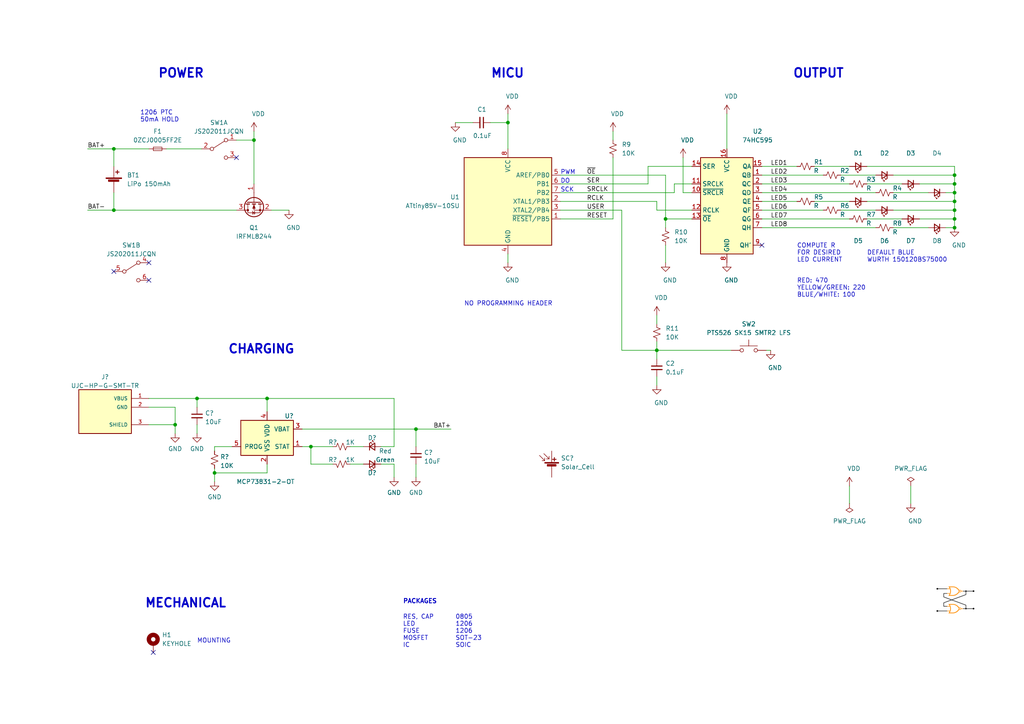
<source format=kicad_sch>
(kicad_sch (version 20211123) (generator eeschema)
  (paper "A4")
  (title_block (title "SCSCBlink v1") (date "2022-10-03") (rev "A") (company "Solar Car Design Team") (comment 1 "University of Southern California") (comment 2 "Brandon Gong, Ray Sun"))
  (lib_symbols
    (symbol "74xx:74HC595"
      (property "Reference" "U" (at -7.62 13.97 0))
      (property "Value" "74HC595" (at -7.62 -16.51 0))
      (symbol "74HC595_1_0"
        (pin tri_state line (at 10.16 7.62 180) (length 2.54) (name "QB") (number "1"))
        (pin input line (at -10.16 2.54 0) (length 2.54) (name "~{SRCLR}") (number "10"))
        (pin input line (at -10.16 5.08 0) (length 2.54) (name "SRCLK") (number "11"))
        (pin input line (at -10.16 -2.54 0) (length 2.54) (name "RCLK") (number "12"))
        (pin input line (at -10.16 -5.08 0) (length 2.54) (name "~{OE}") (number "13"))
        (pin input line (at -10.16 10.16 0) (length 2.54) (name "SER") (number "14"))
        (pin tri_state line (at 10.16 10.16 180) (length 2.54) (name "QA") (number "15"))
        (pin power_in line (at 0 15.24 270) (length 2.54) (name "VCC") (number "16"))
        (pin tri_state line (at 10.16 5.08 180) (length 2.54) (name "QC") (number "2"))
        (pin tri_state line (at 10.16 2.54 180) (length 2.54) (name "QD") (number "3"))
        (pin tri_state line (at 10.16 0 180) (length 2.54) (name "QE") (number "4"))
        (pin tri_state line (at 10.16 -2.54 180) (length 2.54) (name "QF") (number "5"))
        (pin tri_state line (at 10.16 -5.08 180) (length 2.54) (name "QG") (number "6"))
        (pin tri_state line (at 10.16 -7.62 180) (length 2.54) (name "QH") (number "7"))
        (pin power_in line (at 0 -17.78 90) (length 2.54) (name "GND") (number "8"))
        (pin output line (at 10.16 -12.7 180) (length 2.54) (name "QH'") (number "9"))
      )
      (symbol "74HC595_1_1"
        (rectangle (start -7.62 12.7) (end 7.62 -15.24) (stroke (width 0.254)) (fill (type background)))
      )
    )
    (symbol "Battery_Management:MCP73831-2-OT" (pin_names (offset 1.016))
      (property "Reference" "U" (at -7.62 6.35 0))
      (property "Value" "MCP73831-2-OT" (at 1.27 6.35 0))
      (symbol "MCP73831-2-OT_0_1"
        (rectangle (start -7.62 5.08) (end 7.62 -5.08) (stroke (width 0.254)) (fill (type background)))
      )
      (symbol "MCP73831-2-OT_1_1"
        (pin output line (at 10.16 -2.54 180) (length 2.54) (name "STAT") (number "1"))
        (pin power_in line (at 0 -7.62 90) (length 2.54) (name "VSS") (number "2"))
        (pin power_out line (at 10.16 2.54 180) (length 2.54) (name "VBAT") (number "3"))
        (pin power_in line (at 0 7.62 270) (length 2.54) (name "VDD") (number "4"))
        (pin input line (at -10.16 -2.54 0) (length 2.54) (name "PROG") (number "5"))
      )
    )
    (symbol "Device:Battery_Cell" (pin_numbers hide) (pin_names (offset 0) hide)
      (property "Reference" "BT" (at 2.54 2.54 0))
      (property "Value" "Battery_Cell" (at 2.54 0 0))
      (symbol "Battery_Cell_0_1"
        (rectangle (start -2.286 1.778) (end 2.286 1.524) (fill (type outline)))
        (rectangle (start -1.5748 1.1938) (end 1.4732 0.6858) (fill (type outline)))
        (polyline (pts (xy 0 0.762) (xy 0 0)))
        (polyline (pts (xy 0 1.778) (xy 0 2.54)))
        (polyline (pts (xy 0.508 3.429) (xy 1.524 3.429)) (stroke (width 0.254)))
        (polyline (pts (xy 1.016 3.937) (xy 1.016 2.921)) (stroke (width 0.254)))
      )
      (symbol "Battery_Cell_1_1"
        (pin passive line (at 0 5.08 270) (length 2.54) (name "+") (number "1"))
        (pin passive line (at 0 -2.54 90) (length 2.54) (name "-") (number "2"))
      )
    )
    (symbol "Device:C_Small" (pin_numbers hide) (pin_names (offset 0.254) hide)
      (property "Reference" "C" (at 0.254 1.778 0))
      (property "Value" "C_Small" (at 0.254 -2.032 0))
      (symbol "C_Small_0_1"
        (polyline (pts (xy -1.524 -0.508) (xy 1.524 -0.508)) (stroke (width 0.3302)))
        (polyline (pts (xy -1.524 0.508) (xy 1.524 0.508)) (stroke (width 0.3048)))
      )
      (symbol "C_Small_1_1"
        (pin passive line (at 0 2.54 270) (length 2.032) (name "~") (number "1"))
        (pin passive line (at 0 -2.54 90) (length 2.032) (name "~") (number "2"))
      )
    )
    (symbol "Device:Fuse_Small" (pin_numbers hide) (pin_names (offset 0.254) hide)
      (property "Reference" "F" (at 0 -1.524 0))
      (property "Value" "Fuse_Small" (at 0 1.524 0))
      (symbol "Fuse_Small_0_1"
        (rectangle (start -1.27 0.508) (end 1.27 -0.508))
        (polyline (pts (xy -1.27 0) (xy 1.27 0)))
      )
      (symbol "Fuse_Small_1_1"
        (pin passive line (at -2.54 0 0) (length 1.27) (name "~") (number "1"))
        (pin passive line (at 2.54 0 180) (length 1.27) (name "~") (number "2"))
      )
    )
    (symbol "Device:LED_Small" (pin_numbers hide) (pin_names (offset 0.254) hide)
      (property "Reference" "D" (at -1.27 3.175 0))
      (property "Value" "LED_Small" (at -4.445 -2.54 0))
      (symbol "LED_Small_0_1"
        (polyline (pts (xy -0.762 -1.016) (xy -0.762 1.016)) (stroke (width 0.254)))
        (polyline (pts (xy 1.016 0) (xy -0.762 0)))
        (polyline (pts (xy 0.762 -1.016) (xy -0.762 0) (xy 0.762 1.016) (xy 0.762 -1.016)) (stroke (width 0.254)))
        (polyline (pts (xy 0 0.762) (xy -0.508 1.27) (xy -0.254 1.27) (xy -0.508 1.27) (xy -0.508 1.016)))
        (polyline (pts (xy 0.508 1.27) (xy 0 1.778) (xy 0.254 1.778) (xy 0 1.778) (xy 0 1.524)))
      )
      (symbol "LED_Small_1_1"
        (pin passive line (at -2.54 0 0) (length 1.778) (name "K") (number "1"))
        (pin passive line (at 2.54 0 180) (length 1.778) (name "A") (number "2"))
      )
    )
    (symbol "Device:R_Small_US" (pin_numbers hide) (pin_names (offset 0.254) hide)
      (property "Reference" "R" (at 0.762 0.508 0))
      (property "Value" "R_Small_US" (at 0.762 -1.016 0))
      (symbol "R_Small_US_1_1"
        (polyline (pts (xy 0 0) (xy 1.016 -0.381) (xy 0 -0.762) (xy -1.016 -1.143) (xy 0 -1.524)))
        (polyline (pts (xy 0 1.524) (xy 1.016 1.143) (xy 0 0.762) (xy -1.016 0.381) (xy 0 0)))
        (pin passive line (at 0 2.54 270) (length 1.016) (name "~") (number "1"))
        (pin passive line (at 0 -2.54 90) (length 1.016) (name "~") (number "2"))
      )
    )
    (symbol "Device:Solar_Cell" (pin_numbers hide) (pin_names (offset 0) hide)
      (property "Reference" "SC" (at 2.54 2.54 0))
      (property "Value" "Solar_Cell" (at 2.54 0 0))
      (symbol "Solar_Cell_0_1"
        (rectangle (start -2.032 1.778) (end 2.032 1.524) (fill (type outline)))
        (rectangle (start -1.3208 1.1938) (end 1.27 0.6858) (fill (type outline)))
        (polyline (pts (xy -2.032 2.286) (xy -3.556 3.81)))
        (polyline (pts (xy -0.762 2.794) (xy -2.286 4.318)))
        (polyline (pts (xy 0 0.762) (xy 0 0)))
        (polyline (pts (xy 0 1.778) (xy 0 2.54)))
        (polyline (pts (xy 0.254 2.667) (xy 1.27 2.667)) (stroke (width 0.254)))
        (polyline (pts (xy 0.762 3.175) (xy 0.762 2.159)) (stroke (width 0.254)))
        (polyline (pts (xy -2.032 3.048) (xy -2.032 2.286) (xy -2.794 2.286)))
        (polyline (pts (xy -0.762 3.556) (xy -0.762 2.794) (xy -1.524 2.794)))
      )
      (symbol "Solar_Cell_1_1"
        (pin passive line (at 0 5.08 270) (length 2.54) (name "+") (number "1"))
        (pin passive line (at 0 -2.54 90) (length 2.54) (name "-") (number "2"))
      )
    )
    (symbol "MCU_Microchip_ATtiny:ATtiny85-20S"
      (property "Reference" "U" (at -12.7 13.97 0))
      (property "Value" "ATtiny85-20S" (at 2.54 -13.97 0))
      (symbol "ATtiny85-20S_0_1"
        (rectangle (start -12.7 -12.7) (end 12.7 12.7) (stroke (width 0.254)) (fill (type background)))
      )
      (symbol "ATtiny85-20S_1_1"
        (pin bidirectional line (at 15.24 -5.08 180) (length 2.54) (name "~{RESET}/PB5") (number "1"))
        (pin bidirectional line (at 15.24 0 180) (length 2.54) (name "XTAL1/PB3") (number "2"))
        (pin bidirectional line (at 15.24 -2.54 180) (length 2.54) (name "XTAL2/PB4") (number "3"))
        (pin power_in line (at 0 -15.24 90) (length 2.54) (name "GND") (number "4"))
        (pin bidirectional line (at 15.24 7.62 180) (length 2.54) (name "AREF/PB0") (number "5"))
        (pin bidirectional line (at 15.24 5.08 180) (length 2.54) (name "PB1") (number "6"))
        (pin bidirectional line (at 15.24 2.54 180) (length 2.54) (name "PB2") (number "7"))
        (pin power_in line (at 0 15.24 270) (length 2.54) (name "VCC") (number "8"))
      )
    )
    (symbol "Mechanical:MountingHole_Pad" (pin_numbers hide) (pin_names (offset 1.016) hide)
      (property "Reference" "H" (at 0 6.35 0))
      (property "Value" "MountingHole_Pad" (at 0 4.445 0))
      (symbol "MountingHole_Pad_0_1"
        (circle (center 0 1.27) (radius 1.27) (stroke (width 1.27)))
      )
      (symbol "MountingHole_Pad_1_1"
        (pin input line (at 0 -2.54 90) (length 2.54) (name "1") (number "1"))
      )
    )
    (symbol "Switch:SW_DPDT_x2" (pin_names (offset 0) hide)
      (property "Reference" "SW" (at 0 4.318 0))
      (property "Value" "SW_DPDT_x2" (at 0 -5.08 0))
      (symbol "SW_DPDT_x2_0_0"
        (circle (center -2.032 0) (radius 0.508))
        (circle (center 2.032 -2.54) (radius 0.508))
      )
      (symbol "SW_DPDT_x2_0_1"
        (polyline (pts (xy -1.524 0.254) (xy 1.651 2.286)))
        (circle (center 2.032 2.54) (radius 0.508))
      )
      (symbol "SW_DPDT_x2_1_1"
        (pin passive line (at 5.08 2.54 180) (length 2.54) (name "A") (number "1"))
        (pin passive line (at -5.08 0 0) (length 2.54) (name "B") (number "2"))
        (pin passive line (at 5.08 -2.54 180) (length 2.54) (name "C") (number "3"))
      )
      (symbol "SW_DPDT_x2_2_1"
        (pin passive line (at 5.08 2.54 180) (length 2.54) (name "A") (number "4"))
        (pin passive line (at -5.08 0 0) (length 2.54) (name "B") (number "5"))
        (pin passive line (at 5.08 -2.54 180) (length 2.54) (name "C") (number "6"))
      )
    )
    (symbol "Switch:SW_Push" (pin_numbers hide) (pin_names (offset 1.016) hide)
      (property "Reference" "SW" (at 1.27 2.54 0))
      (property "Value" "SW_Push" (at 0 -1.524 0))
      (symbol "SW_Push_0_1"
        (circle (center -2.032 0) (radius 0.508))
        (polyline (pts (xy 0 1.27) (xy 0 3.048)))
        (polyline (pts (xy 2.54 1.27) (xy -2.54 1.27)))
        (circle (center 2.032 0) (radius 0.508))
        (pin passive line (at -5.08 0 0) (length 2.54) (name "1") (number "1"))
        (pin passive line (at 5.08 0 180) (length 2.54) (name "2") (number "2"))
      )
    )
    (symbol "Transistor_FET:BSS138" (pin_names hide)
      (property "Reference" "Q" (at 5.08 1.905 0))
      (property "Value" "BSS138" (at 5.08 0 0))
      (symbol "BSS138_0_1"
        (polyline (pts (xy 0.254 0) (xy -2.54 0)))
        (polyline (pts (xy 0.254 1.905) (xy 0.254 -1.905)) (stroke (width 0.254)))
        (polyline (pts (xy 0.762 -1.27) (xy 0.762 -2.286)) (stroke (width 0.254)))
        (polyline (pts (xy 0.762 0.508) (xy 0.762 -0.508)) (stroke (width 0.254)))
        (polyline (pts (xy 0.762 2.286) (xy 0.762 1.27)) (stroke (width 0.254)))
        (polyline (pts (xy 2.54 2.54) (xy 2.54 1.778)))
        (polyline (pts (xy 2.54 -2.54) (xy 2.54 0) (xy 0.762 0)))
        (polyline (pts (xy 0.762 -1.778) (xy 3.302 -1.778) (xy 3.302 1.778) (xy 0.762 1.778)))
        (polyline (pts (xy 1.016 0) (xy 2.032 0.381) (xy 2.032 -0.381) (xy 1.016 0)) (fill (type outline)))
        (polyline (pts (xy 2.794 0.508) (xy 2.921 0.381) (xy 3.683 0.381) (xy 3.81 0.254)))
        (polyline (pts (xy 3.302 0.381) (xy 2.921 -0.254) (xy 3.683 -0.254) (xy 3.302 0.381)))
        (circle (center 1.651 0) (radius 2.794) (stroke (width 0.254)))
        (circle (center 2.54 -1.778) (radius 0.254) (fill (type outline)))
        (circle (center 2.54 1.778) (radius 0.254) (fill (type outline)))
      )
      (symbol "BSS138_1_1"
        (pin input line (at -5.08 0 0) (length 2.54) (name "G") (number "1"))
        (pin passive line (at 2.54 -5.08 90) (length 2.54) (name "S") (number "2"))
        (pin passive line (at 2.54 5.08 270) (length 2.54) (name "D") (number "3"))
      )
    )
    (symbol "lcd_charm:UJC-HP-G-SMT-TR" (pin_names (offset 1.016))
      (property "Reference" "J" (at -7.62 6.35 0))
      (property "Value" "UJC-HP-G-SMT-TR" (at -9.525 -10.16 0))
      (symbol "UJC-HP-G-SMT-TR_0_0"
        (rectangle (start -7.62 -7.62) (end 7.62 5.08) (stroke (width 0.254)) (fill (type background)))
        (pin power_in line (at -12.7 2.54 0) (length 5.08) (name "VBUS") (number "1"))
        (pin power_in line (at -12.7 0 0) (length 5.08) (name "GND") (number "2"))
        (pin passive line (at -12.7 -5.08 0) (length 5.08) (name "SHIELD") (number "3"))
      )
    )
    (symbol "power:GND" (power) (pin_names (offset 0))
      (property "Value" "GND" (at 0 -3.81 0))
      (symbol "GND_0_1"
        (polyline (pts (xy 0 0) (xy 0 -1.27) (xy 1.27 -1.27) (xy 0 -2.54) (xy -1.27 -1.27) (xy 0 -1.27)))
      )
      (symbol "GND_1_1"
        (pin power_in line (at 0 0 270) (length 0) hide (name "GND") (number "1"))
      )
    )
    (symbol "power:PWR_FLAG" (power) (pin_numbers hide) (pin_names (offset 0) hide)
      (property "Value" "PWR_FLAG" (at 0 3.81 0))
      (symbol "PWR_FLAG_0_0"
        (pin power_out line (at 0 0 90) (length 0) (name "pwr") (number "1"))
      )
      (symbol "PWR_FLAG_0_1"
        (polyline (pts (xy 0 0) (xy 0 1.27) (xy -1.016 1.905) (xy 0 2.54) (xy 1.016 1.905) (xy 0 1.27)))
      )
    )
    (symbol "power:VDD" (power) (pin_names (offset 0))
      (property "Value" "VDD" (at 0 3.81 0))
      (symbol "VDD_0_1"
        (polyline (pts (xy -0.762 1.27) (xy 0 2.54)))
        (polyline (pts (xy 0 0) (xy 0 2.54)))
        (polyline (pts (xy 0 2.54) (xy 0.762 1.27)))
      )
      (symbol "VDD_1_1"
        (pin power_in line (at 0 0 90) (length 0) hide (name "VDD") (number "1"))
      )
    )
  )
  (junction (at 90.17 129.54))
  (junction (at 276.86 66.04))
  (junction (at 276.86 55.88))
  (junction (at 33.02 60.96))
  (junction (at 147.32 35.56))
  (junction (at 276.86 63.5))
  (junction (at 62.23 137.16))
  (junction (at 193.04 63.5))
  (junction (at 50.8 123.19))
  (junction (at 190.5 101.6))
  (junction (at 73.66 40.64))
  (junction (at 276.86 60.96))
  (junction (at 77.47 115.57))
  (junction (at 33.02 43.18))
  (junction (at 276.86 53.34))
  (junction (at 120.65 124.46))
  (junction (at 276.86 50.8))
  (junction (at 57.15 115.57))
  (junction (at 276.86 58.42))
  (no_connect (at 43.18 81.28))
  (no_connect (at 33.02 78.74))
  (no_connect (at 68.58 45.72))
  (no_connect (at 220.98 71.12))
  (no_connect (at 44.45 189.23))
  (no_connect (at 43.18 76.2))
  (wire (pts (xy 220.98 63.5) (xy 246.38 63.5)))
  (wire (pts (xy 195.58 53.34) (xy 200.66 53.34)))
  (wire (pts (xy 210.82 33.02) (xy 210.82 43.18)))
  (wire (pts (xy 276.86 60.96) (xy 276.86 63.5)))
  (wire (pts (xy 251.46 63.5) (xy 261.62 63.5)))
  (wire (pts (xy 62.23 139.7) (xy 62.23 137.16)))
  (wire (pts (xy 33.02 43.18) (xy 43.18 43.18)))
  (wire (pts (xy 50.8 125.73) (xy 50.8 123.19)))
  (wire (pts (xy 246.38 146.05) (xy 246.38 140.97)))
  (wire (pts (xy 220.98 60.96) (xy 238.76 60.96)))
  (wire (pts (xy 259.08 55.88) (xy 269.24 55.88)))
  (wire (pts (xy 132.08 35.56) (xy 137.16 35.56)))
  (wire (pts (xy 120.65 134.62) (xy 120.65 138.43)))
  (wire (pts (xy 251.46 58.42) (xy 276.86 58.42)))
  (wire (pts (xy 193.04 63.5) (xy 200.66 63.5)))
  (wire (pts (xy 220.98 66.04) (xy 254 66.04)))
  (wire (pts (xy 77.47 134.62) (xy 77.47 137.16)))
  (wire (pts (xy 62.23 129.54) (xy 62.23 130.81)))
  (wire (pts (xy 162.56 55.88) (xy 195.58 55.88)))
  (wire (pts (xy 177.8 63.5) (xy 177.8 45.72)))
  (wire (pts (xy 276.86 50.8) (xy 276.86 53.34)))
  (wire (pts (xy 190.5 91.44) (xy 190.5 93.98)))
  (wire (pts (xy 147.32 33.02) (xy 147.32 35.56)))
  (wire (pts (xy 68.58 40.64) (xy 73.66 40.64)))
  (wire (pts (xy 220.98 55.88) (xy 254 55.88)))
  (wire (pts (xy 190.5 60.96) (xy 200.66 60.96)))
  (wire (pts (xy 62.23 137.16) (xy 77.47 137.16)))
  (wire (pts (xy 200.66 55.88) (xy 198.12 55.88)))
  (wire (pts (xy 147.32 35.56) (xy 147.32 43.18)))
  (wire (pts (xy 222.25 101.6) (xy 223.52 101.6)))
  (wire (pts (xy 259.08 66.04) (xy 269.24 66.04)))
  (wire (pts (xy 251.46 48.26) (xy 276.86 48.26)))
  (wire (pts (xy 162.56 50.8) (xy 193.04 50.8)))
  (wire (pts (xy 220.98 50.8) (xy 238.76 50.8)))
  (wire (pts (xy 190.5 109.22) (xy 190.5 111.76)))
  (wire (pts (xy 276.86 48.26) (xy 276.86 50.8)))
  (wire (pts (xy 73.66 38.1) (xy 73.66 40.64)))
  (wire (pts (xy 190.5 58.42) (xy 190.5 60.96)))
  (wire (pts (xy 33.02 55.88) (xy 33.02 60.96)))
  (wire (pts (xy 243.84 60.96) (xy 254 60.96)))
  (wire (pts (xy 195.58 55.88) (xy 195.58 53.34)))
  (wire (pts (xy 162.56 60.96) (xy 180.34 60.96)))
  (wire (pts (xy 276.86 55.88) (xy 276.86 58.42)))
  (wire (pts (xy 120.65 129.54) (xy 120.65 124.46)))
  (wire (pts (xy 120.65 124.46) (xy 130.81 124.46)))
  (wire (pts (xy 220.98 53.34) (xy 246.38 53.34)))
  (wire (pts (xy 142.24 35.56) (xy 147.32 35.56)))
  (wire (pts (xy 77.47 115.57) (xy 77.47 119.38)))
  (wire (pts (xy 274.32 66.04) (xy 276.86 66.04)))
  (wire (pts (xy 259.08 50.8) (xy 276.86 50.8)))
  (wire (pts (xy 180.34 60.96) (xy 180.34 101.6)))
  (wire (pts (xy 193.04 66.04) (xy 193.04 63.5)))
  (wire (pts (xy 87.63 124.46) (xy 120.65 124.46)))
  (wire (pts (xy 101.6 134.62) (xy 105.41 134.62)))
  (wire (pts (xy 110.49 134.62) (xy 114.3 134.62)))
  (wire (pts (xy 243.84 50.8) (xy 254 50.8)))
  (wire (pts (xy 87.63 129.54) (xy 90.17 129.54)))
  (wire (pts (xy 190.5 99.06) (xy 190.5 101.6)))
  (wire (pts (xy 198.12 45.72) (xy 198.12 55.88)))
  (wire (pts (xy 25.4 43.18) (xy 33.02 43.18)))
  (wire (pts (xy 180.34 101.6) (xy 190.5 101.6)))
  (wire (pts (xy 68.58 60.96) (xy 33.02 60.96)))
  (wire (pts (xy 251.46 53.34) (xy 261.62 53.34)))
  (wire (pts (xy 266.7 63.5) (xy 276.86 63.5)))
  (wire (pts (xy 50.8 123.19) (xy 43.18 123.19)))
  (wire (pts (xy 25.4 60.96) (xy 33.02 60.96)))
  (wire (pts (xy 62.23 129.54) (xy 67.31 129.54)))
  (wire (pts (xy 187.96 48.26) (xy 187.96 53.34)))
  (wire (pts (xy 193.04 76.2) (xy 193.04 71.12)))
  (wire (pts (xy 101.6 129.54) (xy 105.41 129.54)))
  (wire (pts (xy 220.98 48.26) (xy 231.14 48.26)))
  (wire (pts (xy 187.96 48.26) (xy 200.66 48.26)))
  (wire (pts (xy 266.7 53.34) (xy 276.86 53.34)))
  (wire (pts (xy 190.5 104.14) (xy 190.5 101.6)))
  (wire (pts (xy 33.02 48.26) (xy 33.02 43.18)))
  (wire (pts (xy 57.15 123.19) (xy 57.15 125.73)))
  (wire (pts (xy 43.18 118.11) (xy 50.8 118.11)))
  (wire (pts (xy 90.17 129.54) (xy 90.17 134.62)))
  (wire (pts (xy 276.86 53.34) (xy 276.86 55.88)))
  (wire (pts (xy 259.08 60.96) (xy 276.86 60.96)))
  (wire (pts (xy 62.23 135.89) (xy 62.23 137.16)))
  (wire (pts (xy 57.15 115.57) (xy 77.47 115.57)))
  (wire (pts (xy 114.3 129.54) (xy 114.3 115.57)))
  (wire (pts (xy 276.86 58.42) (xy 276.86 60.96)))
  (wire (pts (xy 236.22 58.42) (xy 246.38 58.42)))
  (wire (pts (xy 162.56 63.5) (xy 177.8 63.5)))
  (wire (pts (xy 90.17 134.62) (xy 96.52 134.62)))
  (wire (pts (xy 114.3 134.62) (xy 114.3 138.43)))
  (wire (pts (xy 193.04 50.8) (xy 193.04 63.5)))
  (wire (pts (xy 90.17 129.54) (xy 96.52 129.54)))
  (wire (pts (xy 276.86 63.5) (xy 276.86 66.04)))
  (wire (pts (xy 43.18 115.57) (xy 57.15 115.57)))
  (wire (pts (xy 83.82 60.96) (xy 78.74 60.96)))
  (wire (pts (xy 73.66 40.64) (xy 73.66 53.34)))
  (wire (pts (xy 110.49 129.54) (xy 114.3 129.54)))
  (wire (pts (xy 236.22 48.26) (xy 246.38 48.26)))
  (wire (pts (xy 114.3 115.57) (xy 77.47 115.57)))
  (wire (pts (xy 162.56 53.34) (xy 187.96 53.34)))
  (wire (pts (xy 276.86 55.88) (xy 274.32 55.88)))
  (wire (pts (xy 177.8 38.1) (xy 177.8 40.64)))
  (wire (pts (xy 50.8 118.11) (xy 50.8 123.19)))
  (wire (pts (xy 264.16 146.05) (xy 264.16 140.97)))
  (wire (pts (xy 190.5 101.6) (xy 212.09 101.6)))
  (wire (pts (xy 220.98 58.42) (xy 231.14 58.42)))
  (wire (pts (xy 48.26 43.18) (xy 58.42 43.18)))
  (wire (pts (xy 162.56 58.42) (xy 190.5 58.42)))
  (wire (pts (xy 147.32 76.2) (xy 147.32 73.66)))
  (wire (pts (xy 57.15 115.57) (xy 57.15 118.11)))
  (image (at 277.114 173.99) (scale 0.5))
  (text "DEFAULT BLUE\nWURTH 150120BS75000 " (at 251.46 76.2 0) (effects (font (size 1.27 1.27)) (justify left bottom)))
  (text "1206 PTC\n50mA HOLD" (at 40.64 35.56 0) (effects (font (size 1.27 1.27)) (justify left bottom)))
  (text "SCK" (at 162.56 55.88 0) (effects (font (size 1.27 1.27)) (justify left bottom)))
  (text "RED: 470\nYELLOW/GREEN: 220\nBLUE/WHITE: 100" (at 231.14 86.36 0) (effects (font (size 1.27 1.27)) (justify left bottom)))
  (text "PWM" (at 162.56 50.8 0) (effects (font (size 1.27 1.27)) (justify left bottom)))
  (text "DO" (at 162.56 53.34 0) (effects (font (size 1.27 1.27)) (justify left bottom)))
  (text "OUTPUT" (at 229.87 22.86 0) (effects (font (size 2.54 2.54) (thickness 0.508) bold) (justify left bottom)))
  (text "NO PROGRAMMING HEADER" (at 134.62 88.9 0) (effects (font (size 1.27 1.27)) (justify left bottom)))
  (text "MICU" (at 142.24 22.86 0) (effects (font (size 2.54 2.54) (thickness 0.508) bold) (justify left bottom)))
  (text "MOUNTING" (at 57.15 186.69 0) (effects (font (size 1.27 1.27)) (justify left bottom)))
  (text "COMPUTE R\nFOR DESIRED\nLED CURRENT" (at 231.14 76.2 0) (effects (font (size 1.27 1.27)) (justify left bottom)))
  (text "RES, CAP\nLED\nFUSE\nMOSFET\nIC" (at 116.84 187.96 0) (effects (font (size 1.27 1.27)) (justify left bottom)))
  (text "POWER" (at 45.72 22.86 0) (effects (font (size 2.54 2.54) (thickness 0.508) bold) (justify left bottom)))
  (text "MECHANICAL" (at 41.91 176.53 0) (effects (font (size 2.54 2.54) (thickness 0.508) bold) (justify left bottom)))
  (text "CHARGING\n" (at 66.04 102.87 0) (effects (font (size 2.54 2.54) (thickness 0.508) bold) (justify left bottom)))
  (text "0805\n1206\n1206\nSOT-23\nSOIC" (at 132.08 187.96 0) (effects (font (size 1.27 1.27)) (justify left bottom)))
  (text "PACKAGES" (at 116.84 175.26 0) (effects (font (size 1.27 1.27) (thickness 0.254) bold) (justify left bottom)))
  (label "LED5" (at 223.52 58.42 0))
  (label "LED7" (at 223.52 63.5 0))
  (label "LED3" (at 223.52 53.34 0))
  (label "SER" (at 170.18 53.34 0))
  (label "~{OE}" (at 170.18 50.8 0))
  (label "USER" (at 170.18 60.96 0))
  (label "RCLK" (at 170.18 58.42 0))
  (label "LED6" (at 223.52 60.96 0))
  (label "LED2" (at 223.52 50.8 0))
  (label "BAT-" (at 25.4 60.96 0))
  (label "RESET" (at 170.18 63.5 0))
  (label "SRCLK" (at 170.18 55.88 0))
  (label "LED8" (at 223.52 66.04 0))
  (label "LED1" (at 223.52 48.26 0))
  (label "BAT+" (at 130.81 124.46 180))
  (label "BAT+" (at 25.4 43.18 0))
  (label "LED4" (at 223.52 55.88 0))
  (symbol (lib_id "power:GND") (at 147.32 76.2 0) (unit 1)
    (property "Reference" "#PWR010" (effects hide))
    (property "Value" "GND" (at 148.59 81.28 0))
  )
  (symbol (lib_id "MCU_Microchip_ATtiny:ATtiny85-20S") (at 147.32 58.42 0) (unit 1)
    (property "Reference" "U1" (at 133.35 57.15 0) (effects (justify right)))
    (property "Value" "ATtiny85V-10SU" (at 133.35 59.69 0) (effects (justify right)))
    (property "Footprint" "Package_SO:SOIC-8W_5.3x5.3mm_P1.27mm" (effects hide))
    (property "Datasheet" "http://ww1.microchip.com/downloads/en/DeviceDoc/atmel-2586-avr-8-bit-microcontroller-attiny25-attiny45-attiny85_datasheet.pdf" (effects hide))
  )
  (symbol (lib_id "Device:C_Small") (at 190.5 106.68 0) (unit 1)
    (property "Reference" "C2" (at 193.04 105.41 0) (effects (justify left)))
    (property "Value" "0.1uF" (at 193.04 107.95 0) (effects (justify left)))
    (property "Footprint" "Capacitor_SMD:C_0805_2012Metric_Pad1.15x1.40mm_HandSolder" (effects hide))
  )
  (symbol (lib_id "Device:R_Small_US") (at 190.5 96.52 0) (unit 1)
    (property "Reference" "R11" (at 193.04 95.25 0) (effects (justify left)))
    (property "Value" "10K" (at 193.04 97.79 0) (effects (justify left)))
    (property "Footprint" "Resistor_SMD:R_0805_2012Metric_Pad1.15x1.40mm_HandSolder" (effects hide))
  )
  (symbol (lib_id "Switch:SW_Push") (at 217.17 101.6 0) (unit 1)
    (property "Reference" "SW2" (at 217.17 93.98 0))
    (property "Value" "PTS526 SK15 SMTR2 LFS " (at 217.17 96.52 0))
    (property "Footprint" "ruddblink:SW_Push_PTS526" (effects hide))
    (property "Datasheet" "https://www.ckswitches.com/media/2780/pts526.pdf" (effects hide))
    (property "Digikey" "https://www.digikey.com/product-detail/en/c-k/PTS526-SMG15J-SMTR2-LFS/CKN12224-1-ND/10056637" (effects hide))
  )
  (symbol (lib_id "power:GND") (at 190.5 111.76 0) (unit 1)
    (property "Reference" "#PWR015" (effects hide))
    (property "Value" "GND" (at 191.77 116.84 0))
  )
  (symbol (lib_id "power:GND") (at 223.52 101.6 0) (unit 1)
    (property "Reference" "#PWR014" (effects hide))
    (property "Value" "GND" (at 224.79 106.68 0))
  )
  (symbol (lib_id "74xx:74HC595") (at 210.82 58.42 0) (unit 1)
    (property "Reference" "U2" (at 219.71 38.1 0))
    (property "Value" "74HC595" (at 219.71 40.64 0))
    (property "Footprint" "Package_SO:SOIC-16_3.9x9.9mm_P1.27mm" (effects hide))
    (property "Datasheet" "http://www.ti.com/lit/ds/symlink/sn74hc595.pdf" (effects hide))
  )
  (symbol (lib_id "power:GND") (at 210.82 76.2 0) (unit 1)
    (property "Reference" "#PWR012" (effects hide))
    (property "Value" "GND" (at 212.09 81.28 0))
  )
  (symbol (lib_id "Device:LED_Small") (at 248.92 48.26 180) (unit 1)
    (property "Reference" "D1" (at 248.92 44.45 0))
    (property "Value" " 150120BS75000 " (effects hide))
    (property "Footprint" "ruddblink:LED_1206_Uniform_HandSolder" (effects hide))
    (property "Digikey" "https://www.digikey.com/product-detail/en/wurth-electronics-inc/150120BS75000/732-4989-1-ND/4489931" (effects hide))
  )
  (symbol (lib_id "Device:LED_Small") (at 256.54 50.8 180) (unit 1)
    (property "Reference" "D2" (at 256.54 44.45 0))
    (property "Value" " 150120BS75000 " (effects hide))
    (property "Footprint" "ruddblink:LED_1206_Uniform_HandSolder" (effects hide))
    (property "Digikey" "https://www.digikey.com/product-detail/en/wurth-electronics-inc/150120BS75000/732-4989-1-ND/4489931" (effects hide))
  )
  (symbol (lib_id "Device:LED_Small") (at 264.16 53.34 180) (unit 1)
    (property "Reference" "D3" (at 264.16 44.45 0))
    (property "Value" " 150120BS75000 " (effects hide))
    (property "Footprint" "ruddblink:LED_1206_Uniform_HandSolder" (effects hide))
    (property "Digikey" "https://www.digikey.com/product-detail/en/wurth-electronics-inc/150120BS75000/732-4989-1-ND/4489931" (effects hide))
  )
  (symbol (lib_id "Device:LED_Small") (at 271.78 55.88 180) (unit 1)
    (property "Reference" "D4" (at 271.78 44.45 0))
    (property "Value" " 150120BS75000 " (effects hide))
    (property "Footprint" "ruddblink:LED_1206_Uniform_HandSolder" (effects hide))
    (property "Digikey" "https://www.digikey.com/product-detail/en/wurth-electronics-inc/150120BS75000/732-4989-1-ND/4489931" (effects hide))
  )
  (symbol (lib_id "Device:LED_Small") (at 248.92 58.42 180) (unit 1)
    (property "Reference" "D5" (at 248.92 69.85 0))
    (property "Value" " 150120BS75000 " (effects hide))
    (property "Footprint" "ruddblink:LED_1206_Uniform_HandSolder" (effects hide))
    (property "Digikey" "https://www.digikey.com/product-detail/en/wurth-electronics-inc/150120BS75000/732-4989-1-ND/4489931" (effects hide))
  )
  (symbol (lib_id "Device:LED_Small") (at 256.54 60.96 180) (unit 1)
    (property "Reference" "D6" (at 256.54 69.85 0))
    (property "Value" " 150120BS75000 " (effects hide))
    (property "Footprint" "ruddblink:LED_1206_Uniform_HandSolder" (effects hide))
    (property "Digikey" "https://www.digikey.com/product-detail/en/wurth-electronics-inc/150120BS75000/732-4989-1-ND/4489931" (effects hide))
  )
  (symbol (lib_id "Device:LED_Small") (at 264.16 63.5 180) (unit 1)
    (property "Reference" "D7" (at 264.16 69.85 0))
    (property "Value" " 150120BS75000 " (effects hide))
    (property "Footprint" "ruddblink:LED_1206_Uniform_HandSolder" (effects hide))
    (property "Digikey" "https://www.digikey.com/product-detail/en/wurth-electronics-inc/150120BS75000/732-4989-1-ND/4489931" (effects hide))
  )
  (symbol (lib_id "Device:LED_Small") (at 271.78 66.04 180) (unit 1)
    (property "Reference" "D8" (at 271.78 69.85 0))
    (property "Value" " 150120BS75000 " (effects hide))
    (property "Footprint" "ruddblink:LED_1206_Uniform_HandSolder" (effects hide))
    (property "Digikey" "https://www.digikey.com/product-detail/en/wurth-electronics-inc/150120BS75000/732-4989-1-ND/4489931" (effects hide))
  )
  (symbol (lib_id "power:GND") (at 276.86 66.04 0) (unit 1)
    (property "Reference" "#PWR09" (effects hide))
    (property "Value" "GND" (at 278.13 71.12 0))
  )
  (symbol (lib_id "Transistor_FET:BSS138") (at 73.66 58.42 90) (mirror x) (unit 1)
    (property "Reference" "Q1" (at 73.66 66.04 90))
    (property "Value" " IRFML8244" (at 73.66 68.58 90))
    (property "Footprint" "Package_TO_SOT_SMD:SOT-23_Handsoldering" (effects hide))
    (property "Datasheet" "https://www.infineon.com/dgdl/irfml8244pbf.pdf?fileId=5546d462533600a40153562817c91fc0" (effects hide))
    (property "Digikey" "https://www.digikey.com/product-detail/en/infineon-technologies/IRFML8244TRPBF/IRFML8244TRPBFCT-ND/2538166" (effects hide))
  )
  (symbol (lib_id "Device:R_Small_US") (at 177.8 43.18 0) (unit 1)
    (property "Reference" "R9" (at 180.34 41.91 0) (effects (justify left)))
    (property "Value" "10K" (at 180.34 44.45 0) (effects (justify left)))
    (property "Footprint" "Resistor_SMD:R_0805_2012Metric_Pad1.15x1.40mm_HandSolder" (effects hide))
  )
  (symbol (lib_id "Device:Fuse_Small") (at 45.72 43.18 0) (unit 1)
    (property "Reference" "F1" (at 45.72 38.1 0))
    (property "Value" " 0ZCJ0005FF2E " (at 45.72 40.64 0))
    (property "Footprint" "Fuse:Fuse_1206_3216Metric_Pad1.42x1.75mm_HandSolder" (effects hide))
    (property "Datasheet" "https://www.belfuse.com/resources/CircuitProtection/datasheets/0ZCJ%20Nov2016.pdf" (effects hide))
    (property "Digikey" "https://www.digikey.com/product-detail/en/bel-fuse-inc/0ZCJ0005FF2E/507-1793-1-ND/4156220" (effects hide))
  )
  (symbol (lib_id "power:GND") (at 83.82 60.96 0) (unit 1)
    (property "Reference" "#PWR02" (effects hide))
    (property "Value" "GND" (at 85.09 66.04 0))
  )
  (symbol (lib_id "Device:C_Small") (at 139.7 35.56 270) (unit 1)
    (property "Reference" "C1" (at 138.43 31.75 90) (effects (justify left)))
    (property "Value" "0.1uF" (at 137.16 39.37 90) (effects (justify left)))
    (property "Footprint" "Capacitor_SMD:C_0805_2012Metric_Pad1.15x1.40mm_HandSolder" (effects hide))
  )
  (symbol (lib_id "power:GND") (at 132.08 35.56 0) (unit 1)
    (property "Reference" "#PWR05" (effects hide))
    (property "Value" "GND" (at 133.35 40.64 0))
  )
  (symbol (lib_id "Device:R_Small_US") (at 233.68 48.26 90) (unit 1)
    (property "Reference" "R1" (at 238.76 46.99 90) (effects (justify left)))
    (property "Value" "R" (at 237.49 49.53 90) (effects (justify left)))
    (property "Footprint" "Resistor_SMD:R_0805_2012Metric_Pad1.15x1.40mm_HandSolder" (effects hide))
  )
  (symbol (lib_id "Mechanical:MountingHole_Pad") (at 44.45 186.69 0) (unit 1)
    (property "Reference" "H1" (at 46.99 184.15 0) (effects (justify left)))
    (property "Value" "KEYHOLE" (at 46.99 186.69 0) (effects (justify left)))
    (property "Footprint" "ruddblink:MountingHole_Keyring" (effects hide))
  )
  (symbol (lib_id "Device:R_Small_US") (at 241.3 50.8 90) (unit 1)
    (property "Reference" "R2" (at 246.38 49.53 90) (effects (justify left)))
    (property "Value" "R" (at 245.11 52.07 90) (effects (justify left)))
    (property "Footprint" "Resistor_SMD:R_0805_2012Metric_Pad1.15x1.40mm_HandSolder" (effects hide))
  )
  (symbol (lib_id "Device:R_Small_US") (at 248.92 53.34 90) (unit 1)
    (property "Reference" "R3" (at 254 52.07 90) (effects (justify left)))
    (property "Value" "R" (at 252.73 54.61 90) (effects (justify left)))
    (property "Footprint" "Resistor_SMD:R_0805_2012Metric_Pad1.15x1.40mm_HandSolder" (effects hide))
  )
  (symbol (lib_id "Device:R_Small_US") (at 256.54 55.88 90) (unit 1)
    (property "Reference" "R4" (at 261.62 54.61 90) (effects (justify left)))
    (property "Value" "R" (at 260.35 57.15 90) (effects (justify left)))
    (property "Footprint" "Resistor_SMD:R_0805_2012Metric_Pad1.15x1.40mm_HandSolder" (effects hide))
  )
  (symbol (lib_id "Device:R_Small_US") (at 233.68 58.42 90) (unit 1)
    (property "Reference" "R5" (at 238.76 57.15 90) (effects (justify left)))
    (property "Value" "R" (at 237.49 59.69 90) (effects (justify left)))
    (property "Footprint" "Resistor_SMD:R_0805_2012Metric_Pad1.15x1.40mm_HandSolder" (effects hide))
  )
  (symbol (lib_id "Device:R_Small_US") (at 241.3 60.96 90) (unit 1)
    (property "Reference" "R6" (at 246.38 59.69 90) (effects (justify left)))
    (property "Value" "R" (at 245.11 62.23 90) (effects (justify left)))
    (property "Footprint" "Resistor_SMD:R_0805_2012Metric_Pad1.15x1.40mm_HandSolder" (effects hide))
  )
  (symbol (lib_id "Device:R_Small_US") (at 248.92 63.5 90) (unit 1)
    (property "Reference" "R7" (at 254 62.23 90) (effects (justify left)))
    (property "Value" "R" (at 252.73 64.77 90) (effects (justify left)))
    (property "Footprint" "Resistor_SMD:R_0805_2012Metric_Pad1.15x1.40mm_HandSolder" (effects hide))
  )
  (symbol (lib_id "Device:R_Small_US") (at 256.54 66.04 90) (unit 1)
    (property "Reference" "R8" (at 261.62 64.77 90) (effects (justify left)))
    (property "Value" "R" (at 260.35 67.31 90) (effects (justify left)))
    (property "Footprint" "Resistor_SMD:R_0805_2012Metric_Pad1.15x1.40mm_HandSolder" (effects hide))
  )
  (symbol (lib_id "power:VDD") (at 73.66 38.1 0) (unit 1)
    (property "Reference" "#PWR01" (effects hide))
    (property "Value" "VDD" (at 74.93 33.02 0))
  )
  (symbol (lib_id "power:VDD") (at 147.32 33.02 0) (unit 1)
    (property "Reference" "#PWR03" (effects hide))
    (property "Value" "VDD" (at 148.59 27.94 0))
  )
  (symbol (lib_id "power:VDD") (at 177.8 38.1 0) (unit 1)
    (property "Reference" "#PWR07" (effects hide))
    (property "Value" "VDD" (at 179.07 33.02 0))
  )
  (symbol (lib_id "power:VDD") (at 210.82 33.02 0) (unit 1)
    (property "Reference" "#PWR04" (effects hide))
    (property "Value" "VDD" (at 212.09 27.94 0))
  )
  (symbol (lib_id "power:VDD") (at 190.5 91.44 0) (unit 1)
    (property "Reference" "#PWR013" (effects hide))
    (property "Value" "VDD" (at 191.77 86.36 0))
  )
  (symbol (lib_id "Device:R_Small_US") (at 193.04 68.58 0) (unit 1)
    (property "Reference" "R10" (at 195.58 67.31 0) (effects (justify left)))
    (property "Value" "10K" (at 195.58 69.85 0) (effects (justify left)))
    (property "Footprint" "Resistor_SMD:R_0805_2012Metric_Pad1.15x1.40mm_HandSolder" (effects hide))
  )
  (symbol (lib_id "power:GND") (at 193.04 76.2 0) (unit 1)
    (property "Reference" "#PWR011" (effects hide))
    (property "Value" "GND" (at 194.31 81.28 0))
  )
  (symbol (lib_id "Device:Battery_Cell") (at 33.02 53.34 0) (unit 1)
    (property "Reference" "BT1" (at 36.83 50.8 0) (effects (justify left)))
    (property "Value" "LiPo 150mAh" (at 36.83 53.34 0) (effects (justify left)))
    (property "Footprint" "ruddblink:BatteryHolder_Keystone_3034_Wide" (effects hide))
  )
  (symbol (lib_id "Switch:SW_DPDT_x2") (at 63.5 43.18 0) (unit 1)
    (property "Reference" "SW1" (at 63.5 35.56 0))
    (property "Value" "JS202011JCQN" (at 63.5 38.1 0))
    (property "Footprint" "ruddblink:SW_SPDT_CK-JS202011JCQN" (effects hide))
    (property "Datasheet" "https://www.ckswitches.com/media/1422/js.pdf" (effects hide))
    (property "Digikey" "https://www.digikey.com/product-detail/en/c-k/JS202011JCQN/CKN10723CT-ND/6137637" (effects hide))
  )
  (symbol (lib_id "Switch:SW_DPDT_x2") (at 38.1 78.74 0) (unit 2)
    (property "Reference" "SW1" (at 38.1 71.12 0))
    (property "Value" "JS202011JCQN" (at 38.1 73.66 0))
    (property "Footprint" "ruddblink:SW_SPDT_CK-JS202011JCQN" (effects hide))
    (property "Datasheet" "https://www.ckswitches.com/media/1422/js.pdf" (effects hide))
  )
  (symbol (lib_id "power:VDD") (at 246.38 140.97 0) (unit 1)
    (property "Reference" "#PWR0101" (effects hide))
    (property "Value" "VDD" (at 247.65 135.89 0))
  )
  (symbol (lib_id "power:GND") (at 264.16 146.05 0) (unit 1)
    (property "Reference" "#PWR0102" (effects hide))
    (property "Value" "GND" (at 265.43 151.13 0))
  )
  (symbol (lib_id "power:PWR_FLAG") (at 264.16 140.97 0) (unit 1)
    (property "Reference" "#FLG0101" (effects hide))
    (property "Value" "PWR_FLAG" (at 264.16 135.89 0))
  )
  (symbol (lib_id "power:PWR_FLAG") (at 246.38 146.05 180) (unit 1)
    (property "Reference" "#FLG0102" (effects hide))
    (property "Value" "PWR_FLAG" (at 246.38 151.13 0))
  )
  (symbol (lib_id "power:VDD") (at 198.12 45.72 0) (unit 1)
    (property "Reference" "#PWR08" (effects hide))
    (property "Value" "VDD" (at 199.39 40.64 0))
  )
  (symbol (lib_id "lcd_charm:UJC-HP-G-SMT-TR") (at 30.48 118.11 0) (mirror y) (unit 1)
    (property "Reference" "J?" (at 30.48 109.3302 0))
    (property "Value" "UJC-HP-G-SMT-TR" (at 30.48 111.8671 0))
    (property "Footprint" "CUI_UJC-HP-G-SMT-TR" (effects hide))
  )
  (symbol (lib_id "power:GND") (at 50.8 125.73 0) (unit 1)
    (property "Reference" "#PWR?" (effects hide))
    (property "Value" "GND" (at 50.8 130.1734 0))
  )
  (symbol (lib_id "Device:C_Small") (at 120.65 132.08 0) (unit 1)
    (property "Reference" "C?" (at 122.9741 131.2516 0) (effects (justify left)))
    (property "Value" "10uF" (at 122.9741 133.7885 0) (effects (justify left)))
  )
  (symbol (lib_id "power:GND") (at 62.23 139.7 0) (unit 1)
    (property "Reference" "#PWR?" (effects hide))
    (property "Value" "GND" (at 62.23 144.1434 0))
  )
  (symbol (lib_id "Device:Solar_Cell") (at 160.02 135.89 0) (unit 1)
    (property "Reference" "SC?" (at 162.687 132.8963 0) (effects (justify left)))
    (property "Value" "Solar_Cell" (at 162.687 135.4332 0) (effects (justify left)))
  )
  (symbol (lib_id "Device:C_Small") (at 57.15 120.65 0) (unit 1)
    (property "Reference" "C?" (at 59.4741 119.8216 0) (effects (justify left)))
    (property "Value" "10uF" (at 59.4741 122.3585 0) (effects (justify left)))
  )
  (symbol (lib_id "Device:R_Small_US") (at 99.06 134.62 90) (mirror x) (unit 1)
    (property "Reference" "R?" (at 96.52 133.35 90))
    (property "Value" "1K" (at 101.6 133.35 90))
  )
  (symbol (lib_id "power:GND") (at 57.15 125.73 0) (unit 1)
    (property "Reference" "#PWR?" (effects hide))
    (property "Value" "GND" (at 57.15 130.1734 0))
  )
  (symbol (lib_id "Device:R_Small_US") (at 99.06 129.54 90) (unit 1)
    (property "Reference" "R?" (at 96.52 128.27 90))
    (property "Value" "1K" (at 101.6 128.27 90))
  )
  (symbol (lib_id "Device:R_Small_US") (at 62.23 133.35 0) (unit 1)
    (property "Reference" "R?" (at 63.881 132.5153 0) (effects (justify left)))
    (property "Value" "10K" (at 63.881 135.0522 0) (effects (justify left)))
  )
  (symbol (lib_id "power:GND") (at 114.3 138.43 0) (unit 1)
    (property "Reference" "#PWR?" (effects hide))
    (property "Value" "GND" (at 114.3 142.8734 0))
  )
  (symbol (lib_id "Device:LED_Small") (at 107.95 129.54 0) (unit 1)
    (property "Reference" "D?" (at 107.95 127 0))
    (property "Value" "Red" (at 111.76 130.81 0))
  )
  (symbol (lib_id "power:GND") (at 120.65 138.43 0) (unit 1)
    (property "Reference" "#PWR?" (effects hide))
    (property "Value" "GND" (at 120.65 142.8734 0))
  )
  (symbol (lib_id "Device:LED_Small") (at 107.95 134.62 180) (unit 1)
    (property "Reference" "D?" (at 107.95 137.16 0))
    (property "Value" "Green" (at 111.76 133.35 0))
  )
  (symbol (lib_id "Battery_Management:MCP73831-2-OT") (at 77.47 127 0) (unit 1)
    (property "Reference" "U?" (at 82.55 120.65 0) (effects (justify left)))
    (property "Value" "MCP73831-2-OT" (at 68.58 139.7 0) (effects (justify left)))
    (property "Footprint" "Package_TO_SOT_SMD:SOT-23-5" (effects hide))
    (property "Datasheet" "http://ww1.microchip.com/downloads/en/DeviceDoc/20001984g.pdf" (effects hide))
  )
)
</source>
